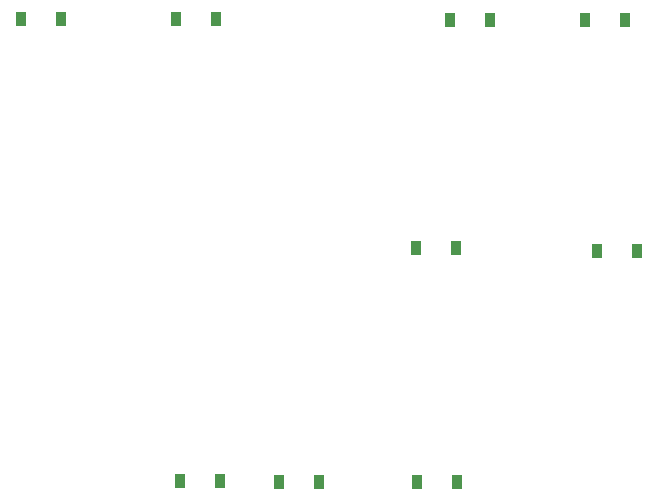
<source format=gtp>
G04 Layer: TopPasteMaskLayer*
G04 EasyEDA v6.5.46, 2024-09-20 13:26:03*
G04 2d8f00c50ae54bd9acad4b1cc035e29b,c0cefccd67054bf09917bfb35b18985a,10*
G04 Gerber Generator version 0.2*
G04 Scale: 100 percent, Rotated: No, Reflected: No *
G04 Dimensions in millimeters *
G04 leading zeros omitted , absolute positions ,4 integer and 5 decimal *
%FSLAX45Y45*%
%MOMM*%

%ADD10R,0.9500X1.1500*%

%LPD*%
D10*
G01*
X5300040Y4546600D03*
G01*
X4961559Y4546600D03*
G01*
X5020640Y635000D03*
G01*
X4682159Y635000D03*
G01*
X1667840Y4559300D03*
G01*
X1329359Y4559300D03*
G01*
X6443040Y4546600D03*
G01*
X6104559Y4546600D03*
G01*
X3852240Y635000D03*
G01*
X3513759Y635000D03*
G01*
X5007940Y2616200D03*
G01*
X4669459Y2616200D03*
G01*
X6544640Y2590800D03*
G01*
X6206159Y2590800D03*
G01*
X3014040Y647700D03*
G01*
X2675559Y647700D03*
G01*
X2975940Y4559300D03*
G01*
X2637459Y4559300D03*
M02*

</source>
